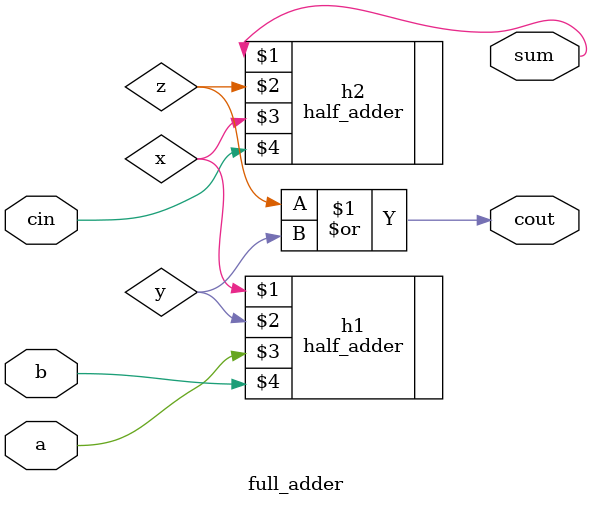
<source format=v>
`timescale 1ns / 1ps
module full_adder( sum, cout, a, b, cin
    );
	 input wire a,b,cin;
	 output wire sum, cout;
	 wire x,y,z;
	 half_adder h1(x,y,a,b);
	 half_adder h2(sum,z,x,cin);
	 or gate3(cout,z,y);
endmodule

</source>
